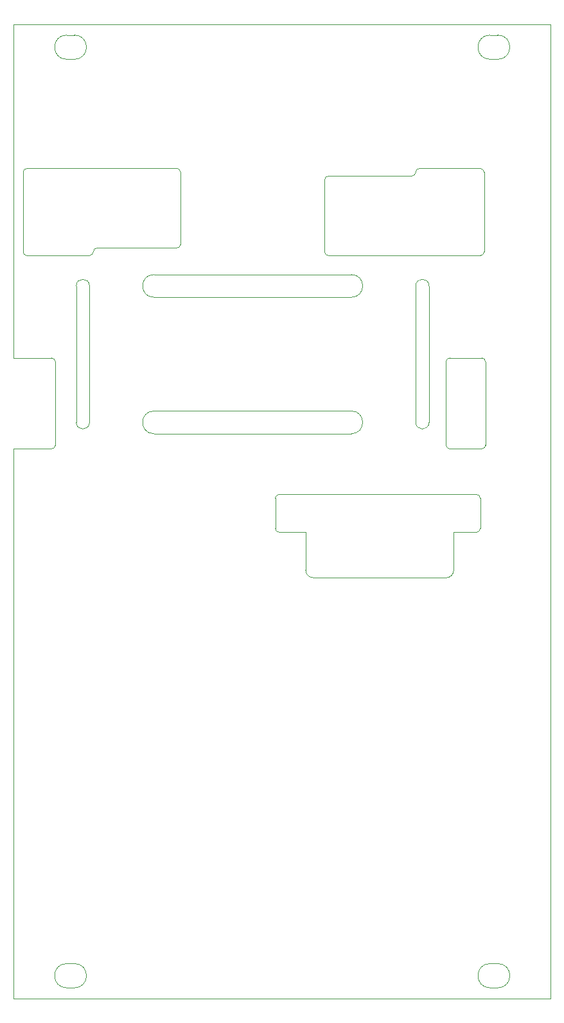
<source format=gbr>
%TF.GenerationSoftware,KiCad,Pcbnew,(5.1.12-1-10_14)*%
%TF.CreationDate,2021-12-28T18:18:38+00:00*%
%TF.ProjectId,pocket-operator-eurorack,706f636b-6574-42d6-9f70-657261746f72,rev?*%
%TF.SameCoordinates,Original*%
%TF.FileFunction,Profile,NP*%
%FSLAX46Y46*%
G04 Gerber Fmt 4.6, Leading zero omitted, Abs format (unit mm)*
G04 Created by KiCad (PCBNEW (5.1.12-1-10_14)) date 2021-12-28 18:18:38*
%MOMM*%
%LPD*%
G01*
G04 APERTURE LIST*
%TA.AperFunction,Profile*%
%ADD10C,0.050000*%
%TD*%
G04 APERTURE END LIST*
D10*
X58000000Y-72000000D02*
G75*
G02*
X57000000Y-73000000I-1000000J0D01*
G01*
X39500000Y-73000000D02*
G75*
G02*
X38500000Y-72000000I0J1000000D01*
G01*
X35000000Y-67000000D02*
X38500000Y-67000000D01*
X38500000Y-72000000D02*
X38500000Y-67000000D01*
X57000000Y-73000000D02*
X39500000Y-73000000D01*
X58000000Y-67000000D02*
X58000000Y-72000000D01*
X11000000Y-29500000D02*
X21500000Y-29500000D01*
X53000000Y-19500000D02*
G75*
G02*
X53500000Y-19000000I500000J0D01*
G01*
X41500000Y-20000000D02*
X52500000Y-20000000D01*
X52500000Y-20000000D02*
G75*
G03*
X53000000Y-19500000I0J500000D01*
G01*
X57000001Y-55500000D02*
X57000000Y-44500000D01*
X62199999Y-44499999D02*
X62200000Y-55499999D01*
X57000001Y-55500000D02*
G75*
G03*
X57500000Y-55999999I499999J0D01*
G01*
X62200000Y-55499999D02*
G75*
G02*
X61700000Y-55999999I-500000J0D01*
G01*
X57500000Y-56000000D02*
X61700000Y-56000000D01*
X57000000Y-44500000D02*
G75*
G02*
X57500000Y-44000000I500000J0D01*
G01*
X62199999Y-44499999D02*
G75*
G03*
X61700000Y-44000000I-499999J0D01*
G01*
X61700000Y-44000000D02*
X57500000Y-44000000D01*
X0Y0D02*
X0Y-44000000D01*
X5500000Y-44500000D02*
X5500000Y-55500000D01*
X5500000Y-44500000D02*
G75*
G03*
X5000000Y-44000000I-500000J0D01*
G01*
X5500000Y-55500000D02*
G75*
G02*
X5000000Y-56000000I-500000J0D01*
G01*
X0Y-44000000D02*
X5000000Y-44000000D01*
X0Y-56000000D02*
X5000000Y-56000000D01*
X41000000Y-20500000D02*
G75*
G02*
X41500000Y-20000000I500000J0D01*
G01*
X61500000Y-30500000D02*
X41500000Y-30500000D01*
X61500000Y-19000000D02*
X53500000Y-19000000D01*
X62000000Y-30000000D02*
X62000000Y-19500000D01*
X62000000Y-30000000D02*
G75*
G02*
X61500000Y-30500000I-500000J0D01*
G01*
X41000000Y-20500000D02*
X41000000Y-30000000D01*
X41500000Y-30500000D02*
G75*
G02*
X41000000Y-30000000I0J500000D01*
G01*
X61500000Y-19000000D02*
G75*
G02*
X62000000Y-19500000I0J-500000D01*
G01*
X1750000Y-30500000D02*
G75*
G02*
X1250000Y-30000000I0J500000D01*
G01*
X22000000Y-29000000D02*
G75*
G02*
X21500000Y-29500000I-500000J0D01*
G01*
X21500000Y-19000000D02*
G75*
G02*
X22000000Y-19500000I0J-500000D01*
G01*
X10500000Y-30000000D02*
G75*
G02*
X10000000Y-30500000I-500000J0D01*
G01*
X11000000Y-29500000D02*
G75*
G03*
X10500000Y-30000000I0J-500000D01*
G01*
X1250000Y-19500000D02*
G75*
G02*
X1750000Y-19000000I500000J0D01*
G01*
X61500000Y-62500000D02*
G75*
G03*
X61000000Y-62000000I-500000J0D01*
G01*
X61500000Y-66500000D02*
G75*
G02*
X61000000Y-67000000I-500000J0D01*
G01*
X35000000Y-67000000D02*
G75*
G02*
X34500000Y-66500000I0J500000D01*
G01*
X34500000Y-62500000D02*
G75*
G02*
X35000000Y-62000000I500000J0D01*
G01*
X10000000Y-52500000D02*
G75*
G02*
X8250000Y-52500000I-875000J0D01*
G01*
X8250000Y-34500000D02*
G75*
G02*
X10000000Y-34500000I875000J0D01*
G01*
X53000000Y-34500000D02*
G75*
G02*
X54750000Y-34500000I875000J0D01*
G01*
X54750000Y-52500000D02*
G75*
G02*
X53000000Y-52500000I-875000J0D01*
G01*
X44500000Y-51000000D02*
G75*
G02*
X44500000Y-54000000I0J-1500000D01*
G01*
X18500000Y-51000000D02*
G75*
G03*
X18500000Y-54000000I0J-1500000D01*
G01*
X44500000Y-33000000D02*
G75*
G02*
X44500000Y-36000000I0J-1500000D01*
G01*
X18500000Y-36000000D02*
G75*
G02*
X18500000Y-33000000I0J1500000D01*
G01*
X1250000Y-19500000D02*
X1250000Y-30000000D01*
X34500000Y-62500000D02*
X34500000Y-66500000D01*
X18500000Y-51000000D02*
X44500000Y-51000000D01*
X18500000Y-54000000D02*
X44500000Y-54000000D01*
X18500000Y-36000000D02*
X44500000Y-36000000D01*
X18500000Y-33000000D02*
X44500000Y-33000000D01*
X54750000Y-52500000D02*
X54750000Y-34500000D01*
X53000000Y-34500000D02*
X53000000Y-52500000D01*
X61500000Y-62500000D02*
X61500000Y-66500000D01*
X58000000Y-67000000D02*
X61000000Y-67000000D01*
X35000000Y-62000000D02*
X61000000Y-62000000D01*
X10000000Y-52500000D02*
X10000000Y-34500000D01*
X8250000Y-34500000D02*
X8250000Y-52500000D01*
X0Y-56000000D02*
X0Y-128500000D01*
X22000000Y-29000000D02*
X22000000Y-19500000D01*
X1750000Y-30500000D02*
X10000000Y-30500000D01*
X1750000Y-19000000D02*
X21500000Y-19000000D01*
X62800000Y-127100000D02*
X63800000Y-127100000D01*
X7000000Y-127100000D02*
X8000000Y-127100000D01*
X62800000Y-4600000D02*
X63800000Y-4600000D01*
X62800000Y-123900000D02*
X63800000Y-123900000D01*
X7000000Y-123900000D02*
X8000000Y-123900000D01*
X62800000Y-1400000D02*
X63800000Y-1400000D01*
X63800000Y-123900000D02*
G75*
G02*
X63800000Y-127100000I0J-1600000D01*
G01*
X8000000Y-123900000D02*
G75*
G02*
X8000000Y-127100000I0J-1600000D01*
G01*
X63800000Y-1400000D02*
G75*
G02*
X63800000Y-4600000I0J-1600000D01*
G01*
X62800000Y-127100000D02*
G75*
G02*
X62800000Y-123900000I0J1600000D01*
G01*
X7000000Y-127100000D02*
G75*
G02*
X7000000Y-123900000I0J1600000D01*
G01*
X62800000Y-4600000D02*
G75*
G02*
X62800000Y-1400000I0J1600000D01*
G01*
X7000000Y-4600000D02*
X8000000Y-4600000D01*
X7000000Y-1400000D02*
X8000000Y-1400000D01*
X8000000Y-1400000D02*
G75*
G02*
X8000000Y-4600000I0J-1600000D01*
G01*
X7000000Y-4600000D02*
G75*
G02*
X7000000Y-1400000I0J1600000D01*
G01*
X0Y-128500000D02*
X70800000Y-128500000D01*
X0Y0D02*
X70800000Y0D01*
X70800000Y0D02*
X70800000Y-128500000D01*
M02*

</source>
